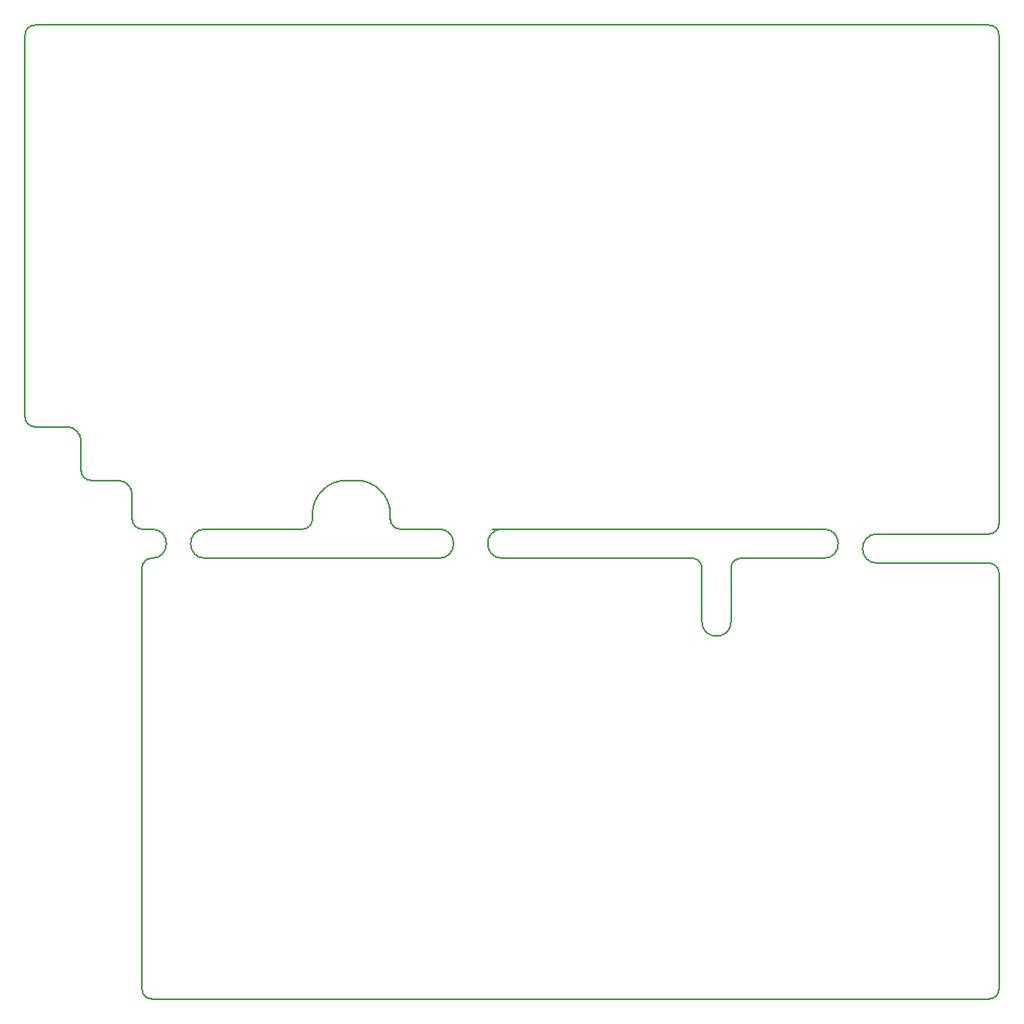
<source format=gbr>
%TF.GenerationSoftware,KiCad,Pcbnew,(5.1.5)-3*%
%TF.CreationDate,2019-12-18T19:09:43+01:00*%
%TF.ProjectId,stmbl_4.0,73746d62-6c5f-4342-9e30-2e6b69636164,rev?*%
%TF.SameCoordinates,PXbcd3d80PY2f71ff0*%
%TF.FileFunction,Profile,NP*%
%FSLAX46Y46*%
G04 Gerber Fmt 4.6, Leading zero omitted, Abs format (unit mm)*
G04 Created by KiCad (PCBNEW (5.1.5)-3) date 2019-12-18 19:09:43*
%MOMM*%
%LPD*%
G04 APERTURE LIST*
%ADD10C,0.150000*%
G04 APERTURE END LIST*
D10*
X-70500000Y-50750000D02*
X-70500000Y-50250000D01*
X-62500000Y-50750000D02*
X-62500000Y-50250000D01*
X-66000000Y-46750000D02*
X-67000000Y-46750000D01*
X-57500000Y-51750000D02*
X-61500000Y-51750000D01*
X-71500000Y-51750000D02*
G75*
G03X-70500000Y-50750000I0J1000000D01*
G01*
X-67000000Y-46750000D02*
G75*
G03X-70500000Y-50250000I0J-3500000D01*
G01*
X-62500000Y-50250000D02*
G75*
G03X-66000000Y-46750000I-3500000J0D01*
G01*
X-62500000Y-50750000D02*
G75*
G03X-61500000Y-51750000I1000000J0D01*
G01*
X-88000000Y-51750000D02*
X-87000000Y-51750000D01*
X-26500000Y-54750000D02*
G75*
G03X-27500000Y-55750000I0J-1000000D01*
G01*
X-30500000Y-55750000D02*
G75*
G03X-31500000Y-54750000I-1000000J0D01*
G01*
X-26500000Y-54750000D02*
X-18000000Y-54750000D01*
X-27500000Y-61250000D02*
X-27500000Y-55750000D01*
X-30500000Y-61250000D02*
X-30500000Y-55750000D01*
X-30500000Y-61250000D02*
G75*
G03X-27500000Y-61250000I1500000J0D01*
G01*
X-94250000Y-42750000D02*
G75*
G03X-95750000Y-41250000I-1500000J0D01*
G01*
X-89000000Y-48250000D02*
G75*
G03X-90500000Y-46750000I-1500000J0D01*
G01*
X-87000000Y-54750000D02*
G75*
G03X-87000000Y-51750000I0J1500000D01*
G01*
X-87000000Y-54750000D02*
G75*
G03X-88000000Y-55750000I0J-1000000D01*
G01*
X-89000000Y-50750000D02*
G75*
G03X-88000000Y-51750000I1000000J0D01*
G01*
X-94250000Y-45750000D02*
G75*
G03X-93250000Y-46750000I1000000J0D01*
G01*
X0Y-56250000D02*
G75*
G03X-1000000Y-55250000I-1000000J0D01*
G01*
X0Y-1000000D02*
G75*
G03X-1000000Y0I-1000000J0D01*
G01*
X-99000000Y0D02*
G75*
G03X-100000000Y-1000000I0J-1000000D01*
G01*
X-100000000Y-40250000D02*
G75*
G03X-99000000Y-41250000I1000000J0D01*
G01*
X-88000000Y-99000000D02*
G75*
G03X-87000000Y-100000000I1000000J0D01*
G01*
X-1000000Y-100000000D02*
G75*
G03X0Y-99000000I0J1000000D01*
G01*
X-1000000Y-52250000D02*
G75*
G03X0Y-51250000I0J1000000D01*
G01*
X-71500000Y-51750000D02*
X-81500000Y-51750000D01*
X-81500000Y-54750000D02*
X-57500000Y-54750000D01*
X-81500000Y-51750000D02*
G75*
G03X-81500000Y-54750000I0J-1500000D01*
G01*
X-12500000Y-55250000D02*
X-1000000Y-55250000D01*
X-12500000Y-52250000D02*
X-1000000Y-52250000D01*
X-18000000Y-54750000D02*
G75*
G03X-18000000Y-51750000I0J1500000D01*
G01*
X-12500000Y-52250000D02*
G75*
G03X-12500000Y-55250000I0J-1500000D01*
G01*
X-51000000Y-54750000D02*
X-31500000Y-54750000D01*
X-52000000Y-51750000D02*
X-18000000Y-51750000D01*
X-57500000Y-54750000D02*
G75*
G03X-57500000Y-51750000I0J1500000D01*
G01*
X-51000000Y-51750000D02*
G75*
G03X-51000000Y-54750000I0J-1500000D01*
G01*
X-90500000Y-46750000D02*
X-93250000Y-46750000D01*
X0Y-99000000D02*
X0Y-56250000D01*
X-89000000Y-48250000D02*
X-89000000Y-50750000D01*
X-94250000Y-42750000D02*
X-94250000Y-45750000D01*
X-99000000Y-41250000D02*
X-95750000Y-41250000D01*
X-100000000Y-1000000D02*
X-100000000Y-40250000D01*
X-1000000Y0D02*
X-99000000Y0D01*
X0Y-51250000D02*
X0Y-1000000D01*
X-87000000Y-100000000D02*
X-1000000Y-100000000D01*
X-88000000Y-55750000D02*
X-88000000Y-99000000D01*
M02*

</source>
